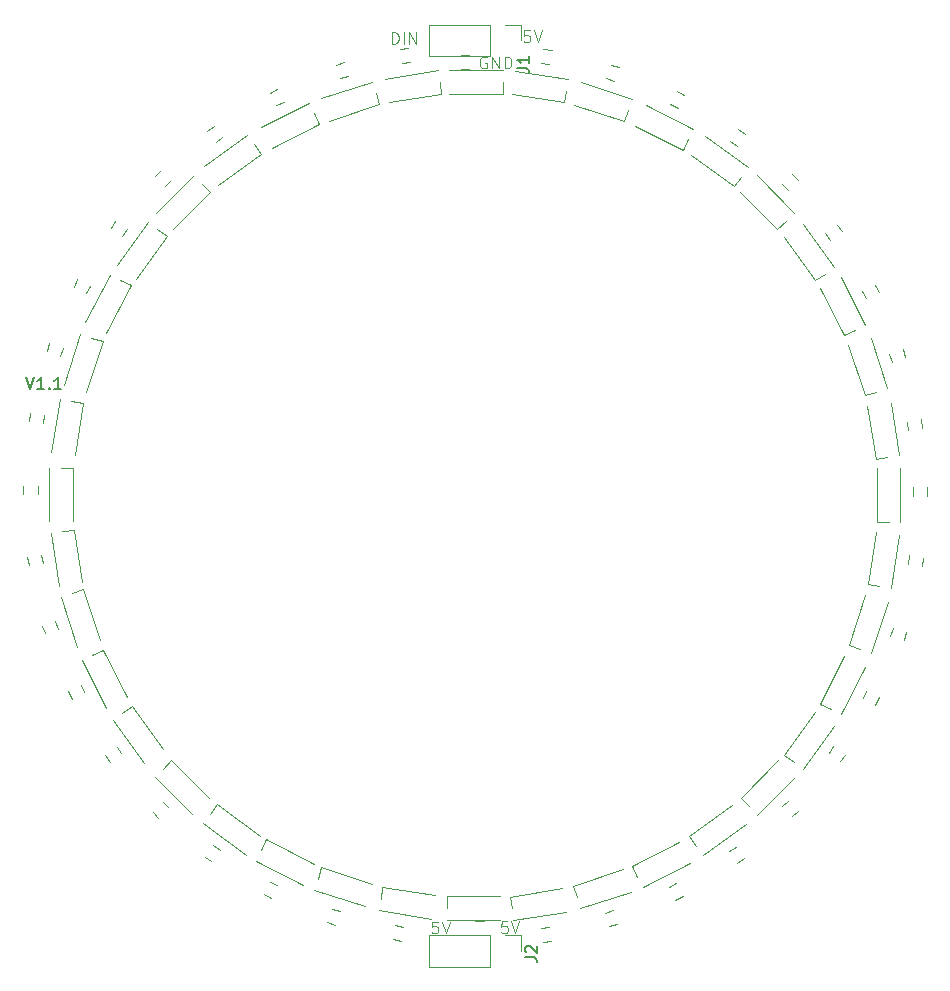
<source format=gbr>
G04 #@! TF.GenerationSoftware,KiCad,Pcbnew,(5.1.5)-3*
G04 #@! TF.CreationDate,2020-06-24T07:37:59+02:00*
G04 #@! TF.ProjectId,Ring80,52696e67-3830-42e6-9b69-6361645f7063,V0.1*
G04 #@! TF.SameCoordinates,Original*
G04 #@! TF.FileFunction,Legend,Top*
G04 #@! TF.FilePolarity,Positive*
%FSLAX46Y46*%
G04 Gerber Fmt 4.6, Leading zero omitted, Abs format (unit mm)*
G04 Created by KiCad (PCBNEW (5.1.5)-3) date 2020-06-24 07:37:59*
%MOMM*%
%LPD*%
G04 APERTURE LIST*
%ADD10C,0.100000*%
%ADD11C,0.150000*%
%ADD12C,0.120000*%
G04 APERTURE END LIST*
D10*
X95318095Y-90400000D02*
X95222857Y-90352380D01*
X95080000Y-90352380D01*
X94937142Y-90400000D01*
X94841904Y-90495238D01*
X94794285Y-90590476D01*
X94746666Y-90780952D01*
X94746666Y-90923809D01*
X94794285Y-91114285D01*
X94841904Y-91209523D01*
X94937142Y-91304761D01*
X95080000Y-91352380D01*
X95175238Y-91352380D01*
X95318095Y-91304761D01*
X95365714Y-91257142D01*
X95365714Y-90923809D01*
X95175238Y-90923809D01*
X95794285Y-91352380D02*
X95794285Y-90352380D01*
X96365714Y-91352380D01*
X96365714Y-90352380D01*
X96841904Y-91352380D02*
X96841904Y-90352380D01*
X97080000Y-90352380D01*
X97222857Y-90400000D01*
X97318095Y-90495238D01*
X97365714Y-90590476D01*
X97413333Y-90780952D01*
X97413333Y-90923809D01*
X97365714Y-91114285D01*
X97318095Y-91209523D01*
X97222857Y-91304761D01*
X97080000Y-91352380D01*
X96841904Y-91352380D01*
X87306190Y-89272380D02*
X87306190Y-88272380D01*
X87544285Y-88272380D01*
X87687142Y-88320000D01*
X87782380Y-88415238D01*
X87830000Y-88510476D01*
X87877619Y-88700952D01*
X87877619Y-88843809D01*
X87830000Y-89034285D01*
X87782380Y-89129523D01*
X87687142Y-89224761D01*
X87544285Y-89272380D01*
X87306190Y-89272380D01*
X88306190Y-89272380D02*
X88306190Y-88272380D01*
X88782380Y-89272380D02*
X88782380Y-88272380D01*
X89353809Y-89272380D01*
X89353809Y-88272380D01*
X98989523Y-88132380D02*
X98513333Y-88132380D01*
X98465714Y-88608571D01*
X98513333Y-88560952D01*
X98608571Y-88513333D01*
X98846666Y-88513333D01*
X98941904Y-88560952D01*
X98989523Y-88608571D01*
X99037142Y-88703809D01*
X99037142Y-88941904D01*
X98989523Y-89037142D01*
X98941904Y-89084761D01*
X98846666Y-89132380D01*
X98608571Y-89132380D01*
X98513333Y-89084761D01*
X98465714Y-89037142D01*
X99322857Y-88132380D02*
X99656190Y-89132380D01*
X99989523Y-88132380D01*
X97079523Y-163562380D02*
X96603333Y-163562380D01*
X96555714Y-164038571D01*
X96603333Y-163990952D01*
X96698571Y-163943333D01*
X96936666Y-163943333D01*
X97031904Y-163990952D01*
X97079523Y-164038571D01*
X97127142Y-164133809D01*
X97127142Y-164371904D01*
X97079523Y-164467142D01*
X97031904Y-164514761D01*
X96936666Y-164562380D01*
X96698571Y-164562380D01*
X96603333Y-164514761D01*
X96555714Y-164467142D01*
X97412857Y-163562380D02*
X97746190Y-164562380D01*
X98079523Y-163562380D01*
X91189523Y-163582380D02*
X90713333Y-163582380D01*
X90665714Y-164058571D01*
X90713333Y-164010952D01*
X90808571Y-163963333D01*
X91046666Y-163963333D01*
X91141904Y-164010952D01*
X91189523Y-164058571D01*
X91237142Y-164153809D01*
X91237142Y-164391904D01*
X91189523Y-164487142D01*
X91141904Y-164534761D01*
X91046666Y-164582380D01*
X90808571Y-164582380D01*
X90713333Y-164534761D01*
X90665714Y-164487142D01*
X91522857Y-163582380D02*
X91856190Y-164582380D01*
X92189523Y-163582380D01*
D11*
X56346190Y-117512380D02*
X56679523Y-118512380D01*
X57012857Y-117512380D01*
X57870000Y-118512380D02*
X57298571Y-118512380D01*
X57584285Y-118512380D02*
X57584285Y-117512380D01*
X57489047Y-117655238D01*
X57393809Y-117750476D01*
X57298571Y-117798095D01*
X58298571Y-118417142D02*
X58346190Y-118464761D01*
X58298571Y-118512380D01*
X58250952Y-118464761D01*
X58298571Y-118417142D01*
X58298571Y-118512380D01*
X59298571Y-118512380D02*
X58727142Y-118512380D01*
X59012857Y-118512380D02*
X59012857Y-117512380D01*
X58917619Y-117655238D01*
X58822380Y-117750476D01*
X58727142Y-117798095D01*
D12*
X125661135Y-149449515D02*
X125249685Y-150015827D01*
X124278865Y-149310485D02*
X124690315Y-148744173D01*
X63430315Y-150035827D02*
X63018865Y-149469515D01*
X63989685Y-148764173D02*
X64401135Y-149330485D01*
X90478000Y-164742000D02*
X90478000Y-167402000D01*
X95618000Y-164742000D02*
X90478000Y-164742000D01*
X95618000Y-167402000D02*
X90478000Y-167402000D01*
X95618000Y-164742000D02*
X95618000Y-167402000D01*
X96888000Y-164742000D02*
X98218000Y-164742000D01*
X98218000Y-164742000D02*
X98218000Y-166072000D01*
X90480000Y-87630000D02*
X90480000Y-90290000D01*
X95620000Y-87630000D02*
X90480000Y-87630000D01*
X95620000Y-90290000D02*
X90480000Y-90290000D01*
X95620000Y-87630000D02*
X95620000Y-90290000D01*
X96890000Y-87630000D02*
X98220000Y-87630000D01*
X98220000Y-87630000D02*
X98220000Y-88960000D01*
X91502530Y-93491014D02*
X91346095Y-92503326D01*
X87057932Y-94194970D02*
X91502530Y-93491014D01*
X86745063Y-92219593D02*
X91189661Y-91515638D01*
X59515113Y-118119103D02*
X60905690Y-113839349D01*
X61417226Y-118737137D02*
X62807803Y-114457383D01*
X62807803Y-114457383D02*
X61856746Y-114148366D01*
X118181853Y-100369061D02*
X121363833Y-103551041D01*
X116767639Y-101783274D02*
X119949620Y-104965255D01*
X119949620Y-104965255D02*
X120656727Y-104258148D01*
X81334666Y-93862985D02*
X85614420Y-92472408D01*
X81952700Y-95765098D02*
X86232454Y-94374521D01*
X86232454Y-94374521D02*
X85923437Y-93423465D01*
X76240295Y-96311474D02*
X80249824Y-94268517D01*
X77148276Y-98093487D02*
X81157805Y-96050530D01*
X81157805Y-96050530D02*
X80703815Y-95159523D01*
X71415439Y-99595815D02*
X75056015Y-96950781D01*
X72591009Y-101213849D02*
X76231586Y-98568815D01*
X76231586Y-98568815D02*
X75643800Y-97759798D01*
X67328680Y-103568528D02*
X70510660Y-100386548D01*
X68742893Y-104982742D02*
X71924874Y-101800761D01*
X71924874Y-101800761D02*
X71217767Y-101093654D01*
X63987536Y-107959929D02*
X66632569Y-104319352D01*
X65605570Y-109135499D02*
X68250603Y-105494923D01*
X68250603Y-105494923D02*
X67441586Y-104907138D01*
X61354714Y-112812522D02*
X63397671Y-108802993D01*
X63136727Y-113720503D02*
X65179684Y-109710974D01*
X65179684Y-109710974D02*
X64288678Y-109256983D01*
X58462568Y-123793354D02*
X59166523Y-119348757D01*
X60437945Y-124106223D02*
X61141900Y-119661626D01*
X61141900Y-119661626D02*
X60154212Y-119505191D01*
X58310000Y-129700000D02*
X58310000Y-125200000D01*
X60310000Y-129700000D02*
X60310000Y-125200000D01*
X60310000Y-125200000D02*
X59310000Y-125200000D01*
X59119593Y-135154937D02*
X58415638Y-130710339D01*
X61094970Y-134842068D02*
X60391014Y-130397470D01*
X60391014Y-130397470D02*
X59403326Y-130553905D01*
X60662985Y-140355334D02*
X59272408Y-136075580D01*
X62565098Y-139737300D02*
X61174521Y-135457546D01*
X61174521Y-135457546D02*
X60223465Y-135766563D01*
X63081474Y-145479705D02*
X61038517Y-141470176D01*
X64863487Y-144571724D02*
X62820530Y-140562195D01*
X62820530Y-140562195D02*
X61929523Y-141016185D01*
X66308294Y-150163803D02*
X63663260Y-146523227D01*
X67926328Y-148988233D02*
X65281294Y-145347656D01*
X65281294Y-145347656D02*
X64472277Y-145935442D01*
X70408147Y-154510939D02*
X67226167Y-151328959D01*
X71822361Y-153096726D02*
X68640380Y-149914745D01*
X68640380Y-149914745D02*
X67933273Y-150621852D01*
X74919929Y-157922464D02*
X71279352Y-155277431D01*
X76095499Y-156304430D02*
X72454923Y-153659397D01*
X72454923Y-153659397D02*
X71867138Y-154468414D01*
X79782522Y-160455286D02*
X75772993Y-158412329D01*
X80690503Y-158673273D02*
X76680974Y-156630316D01*
X76680974Y-156630316D02*
X76226983Y-157521322D01*
X84999103Y-162294887D02*
X80719349Y-160904310D01*
X85617137Y-160392774D02*
X81337383Y-159002197D01*
X81337383Y-159002197D02*
X81028366Y-159953254D01*
X90633354Y-163347432D02*
X86188757Y-162643477D01*
X90946223Y-161372055D02*
X86501626Y-160668100D01*
X86501626Y-160668100D02*
X86345191Y-161655788D01*
X96448000Y-163416000D02*
X91948000Y-163416000D01*
X96448000Y-161416000D02*
X91948000Y-161416000D01*
X91948000Y-161416000D02*
X91948000Y-162416000D01*
X102036934Y-162748725D02*
X97592336Y-163452680D01*
X101724065Y-160773348D02*
X97279467Y-161477304D01*
X97279467Y-161477304D02*
X97435902Y-162464992D01*
X107523521Y-161046154D02*
X103243767Y-162436731D01*
X106905487Y-159144041D02*
X102625733Y-160534618D01*
X102625733Y-160534618D02*
X102934750Y-161485674D01*
X112539705Y-158638526D02*
X108530176Y-160681483D01*
X111631724Y-156856513D02*
X107622195Y-158899470D01*
X107622195Y-158899470D02*
X108076185Y-159790477D01*
X117277942Y-155323766D02*
X113637366Y-157968800D01*
X116102372Y-153705732D02*
X112461795Y-156350766D01*
X112461795Y-156350766D02*
X113049581Y-157159783D01*
X121420939Y-151341853D02*
X118238959Y-154523833D01*
X120006726Y-149927639D02*
X116824745Y-153109620D01*
X116824745Y-153109620D02*
X117531852Y-153816727D01*
X124762464Y-146990071D02*
X122117431Y-150630648D01*
X123144430Y-145814501D02*
X120499397Y-149455077D01*
X120499397Y-149455077D02*
X121308414Y-150042862D01*
X127385286Y-142017478D02*
X125342329Y-146027007D01*
X125603273Y-141109497D02*
X123560316Y-145119026D01*
X123560316Y-145119026D02*
X124451322Y-145573017D01*
X129265748Y-136522710D02*
X127875171Y-140802464D01*
X127363635Y-135904676D02*
X125973058Y-140184430D01*
X125973058Y-140184430D02*
X126924115Y-140493447D01*
X130277432Y-130876646D02*
X129573477Y-135321243D01*
X128302055Y-130563777D02*
X127598100Y-135008374D01*
X127598100Y-135008374D02*
X128585788Y-135164809D01*
X130350000Y-125210000D02*
X130350000Y-129710000D01*
X128350000Y-125210000D02*
X128350000Y-129710000D01*
X128350000Y-129710000D02*
X129350000Y-129710000D01*
X129540407Y-119655063D02*
X130244362Y-124099661D01*
X127565030Y-119967932D02*
X128268986Y-124412530D01*
X128268986Y-124412530D02*
X129256674Y-124256095D01*
X127846154Y-114136479D02*
X129236731Y-118416233D01*
X125944041Y-114754513D02*
X127334618Y-119034267D01*
X127334618Y-119034267D02*
X128285674Y-118725250D01*
X125353432Y-109021141D02*
X127396389Y-113030670D01*
X123571419Y-109929122D02*
X125614376Y-113938651D01*
X125614376Y-113938651D02*
X126505383Y-113484661D01*
X122111706Y-104486197D02*
X124756740Y-108126773D01*
X120493672Y-105661767D02*
X123138706Y-109302344D01*
X123138706Y-109302344D02*
X123947723Y-108714558D01*
X113814210Y-97075476D02*
X117454787Y-99720509D01*
X112638640Y-98693510D02*
X116279216Y-101338543D01*
X116279216Y-101338543D02*
X116867001Y-100529526D01*
X108817478Y-94414714D02*
X112827007Y-96457671D01*
X107909497Y-96196727D02*
X111919026Y-98239684D01*
X111919026Y-98239684D02*
X112373017Y-97348678D01*
X103330897Y-92535113D02*
X107610651Y-93925690D01*
X102712863Y-94437226D02*
X106992617Y-95827803D01*
X106992617Y-95827803D02*
X107301634Y-94876746D01*
X87970448Y-89722139D02*
X88661830Y-89612635D01*
X88849552Y-90797861D02*
X88158170Y-90907365D01*
X82581720Y-91037522D02*
X83247460Y-90821210D01*
X83618280Y-91962478D02*
X82952540Y-92178790D01*
X76975753Y-93404293D02*
X77599458Y-93086499D01*
X78144247Y-94155707D02*
X77520542Y-94473501D01*
X71674173Y-96630315D02*
X72240485Y-96218865D01*
X72945827Y-97189685D02*
X72379515Y-97601135D01*
X67248249Y-100453223D02*
X67743223Y-99958249D01*
X68591751Y-100806777D02*
X68096777Y-101301751D01*
X63488865Y-104840485D02*
X63900315Y-104274173D01*
X64871135Y-104979515D02*
X64459685Y-105545827D01*
X60356499Y-109819458D02*
X60674293Y-109195753D01*
X61743501Y-109740542D02*
X61425707Y-110364247D01*
X58071210Y-115297460D02*
X58287522Y-114631720D01*
X59428790Y-115002540D02*
X59212478Y-115668280D01*
X56572635Y-121221830D02*
X56682139Y-120530448D01*
X57867365Y-120718170D02*
X57757861Y-121409552D01*
X56100000Y-127410000D02*
X56100000Y-126710000D01*
X57300000Y-126710000D02*
X57300000Y-127410000D01*
X56542139Y-133399552D02*
X56432635Y-132708170D01*
X57617861Y-132520448D02*
X57727365Y-133211830D01*
X57897522Y-139188280D02*
X57681210Y-138522540D01*
X58822478Y-138151720D02*
X59038790Y-138817460D01*
X60204293Y-144714247D02*
X59886499Y-144090542D01*
X60955707Y-143545753D02*
X61273501Y-144169458D01*
X67532893Y-154771421D02*
X67037919Y-154276447D01*
X67886447Y-153427919D02*
X68381421Y-153922893D01*
X72020485Y-158491135D02*
X71454173Y-158079685D01*
X72159515Y-157108865D02*
X72725827Y-157520315D01*
X77061203Y-161593008D02*
X76437498Y-161275214D01*
X76982287Y-160206006D02*
X77605992Y-160523800D01*
X82517460Y-163848790D02*
X81851720Y-163632478D01*
X82222540Y-162491210D02*
X82888280Y-162707522D01*
X88061830Y-165187365D02*
X87370448Y-165077861D01*
X87558170Y-163892635D02*
X88249552Y-164002139D01*
X95070000Y-164730000D02*
X94370000Y-164730000D01*
X94370000Y-163530000D02*
X95070000Y-163530000D01*
X100769552Y-165207861D02*
X100078170Y-165317365D01*
X99890448Y-164132139D02*
X100581830Y-164022635D01*
X106388280Y-163782478D02*
X105722540Y-163998790D01*
X105351720Y-162857522D02*
X106017460Y-162641210D01*
X111914247Y-161425707D02*
X111290542Y-161743501D01*
X110745753Y-160674293D02*
X111369458Y-160356499D01*
X117105827Y-158199685D02*
X116539515Y-158611135D01*
X115834173Y-157640315D02*
X116400485Y-157228865D01*
X121701421Y-154187107D02*
X121206447Y-154682081D01*
X120357919Y-153833553D02*
X120852893Y-153338579D01*
X128553501Y-144590542D02*
X128235707Y-145214247D01*
X127166499Y-144669458D02*
X127484293Y-144045753D01*
X130840553Y-139079248D02*
X130624241Y-139744988D01*
X129482973Y-139374168D02*
X129699285Y-138708428D01*
X132277365Y-132768170D02*
X132167861Y-133459552D01*
X130982635Y-133271830D02*
X131092139Y-132580448D01*
X132610000Y-126810000D02*
X132610000Y-127510000D01*
X131410000Y-127510000D02*
X131410000Y-126810000D01*
X132067861Y-121060448D02*
X132177365Y-121751830D01*
X130992139Y-121939552D02*
X130882635Y-121248170D01*
X130562478Y-115141720D02*
X130778790Y-115807460D01*
X129637522Y-116178280D02*
X129421210Y-115512540D01*
X128205707Y-109655753D02*
X128523501Y-110279458D01*
X127454293Y-110824247D02*
X127136499Y-110200542D01*
X124969685Y-104574173D02*
X125381135Y-105140485D01*
X124410315Y-105845827D02*
X123998865Y-105279515D01*
X121176777Y-100278249D02*
X121671751Y-100773223D01*
X120823223Y-101621751D02*
X120328249Y-101126777D01*
X116629515Y-96498865D02*
X117195827Y-96910315D01*
X116490485Y-97881135D02*
X115924173Y-97469685D01*
X111430542Y-93286499D02*
X112054247Y-93604293D01*
X111509458Y-94673501D02*
X110885753Y-94355707D01*
X105832540Y-91051210D02*
X106498280Y-91267522D01*
X106127460Y-92408790D02*
X105461720Y-92192478D01*
X97756646Y-91552568D02*
X102201243Y-92256523D01*
X97443777Y-93527945D02*
X101888374Y-94231900D01*
X101888374Y-94231900D02*
X102044809Y-93244212D01*
X92180000Y-91490000D02*
X96680000Y-91490000D01*
X92180000Y-93490000D02*
X96680000Y-93490000D01*
X96680000Y-93490000D02*
X96680000Y-92490000D01*
X100128170Y-89702635D02*
X100819552Y-89812139D01*
X100631830Y-90997365D02*
X99940448Y-90887861D01*
X93140000Y-90230000D02*
X93840000Y-90230000D01*
X93840000Y-91430000D02*
X93140000Y-91430000D01*
D11*
X98582380Y-166613333D02*
X99296666Y-166613333D01*
X99439523Y-166660952D01*
X99534761Y-166756190D01*
X99582380Y-166899047D01*
X99582380Y-166994285D01*
X98677619Y-166184761D02*
X98630000Y-166137142D01*
X98582380Y-166041904D01*
X98582380Y-165803809D01*
X98630000Y-165708571D01*
X98677619Y-165660952D01*
X98772857Y-165613333D01*
X98868095Y-165613333D01*
X99010952Y-165660952D01*
X99582380Y-166232380D01*
X99582380Y-165613333D01*
X97922380Y-91313333D02*
X98636666Y-91313333D01*
X98779523Y-91360952D01*
X98874761Y-91456190D01*
X98922380Y-91599047D01*
X98922380Y-91694285D01*
X98922380Y-90313333D02*
X98922380Y-90884761D01*
X98922380Y-90599047D02*
X97922380Y-90599047D01*
X98065238Y-90694285D01*
X98160476Y-90789523D01*
X98208095Y-90884761D01*
M02*

</source>
